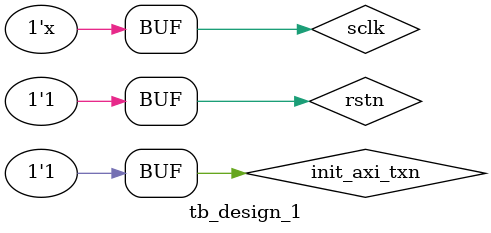
<source format=v>
`timescale 1ns / 1ps


module tb_design_1();

reg				rstn,sclk;
reg				init_axi_txn;

wire	txn_done;
wire	error;


initial begin 
	rstn = 0;
	#200
	rstn = 1;
end 

initial sclk = 0;
always #5 sclk = !sclk;

initial begin
	init_axi_txn = 0;
	#300
	init_axi_txn = 1;
end 



design_1_wrapper	design_1_wrapper_inst(
	.m00_axi_aclk			(sclk),
    .m00_axi_aresetn		(rstn),
    .m00_axi_error			(error),
    .m00_axi_init_axi_txn	(init_axi_txn),
    .m00_axi_txn_done		(txn_done)
);




//`define dump_level 10
////module dump_task;
//initial begin#1; //ÑÓ³Ù1ns¼ÇÂ¼£¬·½±ãÓëÆäËû·ÂÕæ¶¯×÷Ð­µ÷
//`ifdef VCS_DUMP //Synopsys VCD+¸ñÊ½´æ´¢
//$display("Start Recording Waveform in VPD format!");
//$vcdpluson();
//$vcdplustraceon;
//`endif
//
//`ifdef FSDB_DUMP //Synopsys fsdb¸ñÊ½´æ´¢
//$display("Start Recording Waveform in FSDB format!");
//$fsdbDumpfile("dump.fsdb");
//$fsdbDumpvars('dump_level);
//`endif
//
//`ifdef NC_DUMP//cadence ¸ñÊ½´æ´¢
//$recordsetup("dump","version=1","run=1","directory=.");
//$recordvars("depth=6");
//`endif
//
//`ifdef VCD_DUMP//¹¤Òµ±ê×¼VCD¸ñÊ½´æ´¢
//$display("Start Recording Waveform in VCD format!");
//$dumpfile("dump.vcd");
//$dumpvars('dump_level);
//`endif
//end



endmodule

</source>
